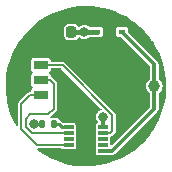
<source format=gbr>
%TF.GenerationSoftware,KiCad,Pcbnew,(6.0.0-rc1-209-ga3b4210bdd-dirty)*%
%TF.CreationDate,2021-12-23T02:42:49+03:00*%
%TF.ProjectId,ibutton,69627574-746f-46e2-9e6b-696361645f70,rev?*%
%TF.SameCoordinates,Original*%
%TF.FileFunction,Copper,L1,Top*%
%TF.FilePolarity,Positive*%
%FSLAX46Y46*%
G04 Gerber Fmt 4.6, Leading zero omitted, Abs format (unit mm)*
G04 Created by KiCad (PCBNEW (6.0.0-rc1-209-ga3b4210bdd-dirty)) date 2021-12-23 02:42:49*
%MOMM*%
%LPD*%
G01*
G04 APERTURE LIST*
G04 Aperture macros list*
%AMRoundRect*
0 Rectangle with rounded corners*
0 $1 Rounding radius*
0 $2 $3 $4 $5 $6 $7 $8 $9 X,Y pos of 4 corners*
0 Add a 4 corners polygon primitive as box body*
4,1,4,$2,$3,$4,$5,$6,$7,$8,$9,$2,$3,0*
0 Add four circle primitives for the rounded corners*
1,1,$1+$1,$2,$3*
1,1,$1+$1,$4,$5*
1,1,$1+$1,$6,$7*
1,1,$1+$1,$8,$9*
0 Add four rect primitives between the rounded corners*
20,1,$1+$1,$2,$3,$4,$5,0*
20,1,$1+$1,$4,$5,$6,$7,0*
20,1,$1+$1,$6,$7,$8,$9,0*
20,1,$1+$1,$8,$9,$2,$3,0*%
G04 Aperture macros list end*
%TA.AperFunction,SMDPad,CuDef*%
%ADD10R,1.750000X2.700000*%
%TD*%
%TA.AperFunction,SMDPad,CuDef*%
%ADD11R,0.850000X0.300000*%
%TD*%
%TA.AperFunction,SMDPad,CuDef*%
%ADD12C,1.000000*%
%TD*%
%TA.AperFunction,SMDPad,CuDef*%
%ADD13R,1.270000X0.760000*%
%TD*%
%TA.AperFunction,SMDPad,CuDef*%
%ADD14RoundRect,0.135000X-0.135000X-0.185000X0.135000X-0.185000X0.135000X0.185000X-0.135000X0.185000X0*%
%TD*%
%TA.AperFunction,SMDPad,CuDef*%
%ADD15R,0.600000X0.450000*%
%TD*%
%TA.AperFunction,SMDPad,CuDef*%
%ADD16RoundRect,0.225000X0.225000X0.250000X-0.225000X0.250000X-0.225000X-0.250000X0.225000X-0.250000X0*%
%TD*%
%TA.AperFunction,ViaPad*%
%ADD17C,0.800000*%
%TD*%
%TA.AperFunction,Conductor*%
%ADD18C,0.300000*%
%TD*%
%TA.AperFunction,Conductor*%
%ADD19C,0.150000*%
%TD*%
%TA.AperFunction,Conductor*%
%ADD20C,0.400000*%
%TD*%
%TA.AperFunction,Conductor*%
%ADD21C,0.250000*%
%TD*%
G04 APERTURE END LIST*
D10*
%TO.P,U1,11,GND*%
%TO.N,GND*%
X100000000Y-104500000D03*
D11*
%TO.P,U1,10,VCC*%
%TO.N,VCC*%
X101450000Y-103500000D03*
%TO.P,U1,9,PB2*%
%TO.N,/PB2*%
X101450000Y-104000000D03*
%TO.P,U1,8,NC*%
%TO.N,unconnected-(U1-Pad8)*%
X101450000Y-104500000D03*
%TO.P,U1,7,PB1*%
%TO.N,unconnected-(U1-Pad7)*%
X101450000Y-105000000D03*
%TO.P,U1,6,PB0*%
%TO.N,/Dq*%
X101450000Y-105500000D03*
%TO.P,U1,5,GND*%
%TO.N,GND*%
X98550000Y-105500000D03*
%TO.P,U1,4,PB4*%
%TO.N,/PB4*%
X98550000Y-105000000D03*
%TO.P,U1,3,NC*%
%TO.N,unconnected-(U1-Pad3)*%
X98550000Y-104500000D03*
%TO.P,U1,2,PB3*%
%TO.N,/PB3*%
X98550000Y-104000000D03*
%TO.P,U1,1,~{RESET}/PB5*%
%TO.N,/RST*%
X98550000Y-103500000D03*
%TD*%
D12*
%TO.P,TGND1,1,1*%
%TO.N,GND*%
X94200000Y-100000000D03*
%TD*%
%TO.P,TDq1,1,1*%
%TO.N,/Dq*%
X105800000Y-100000000D03*
%TD*%
D13*
%TO.P,SW1,1*%
%TO.N,/PB2*%
X96190000Y-98230000D03*
%TO.P,SW1,4*%
%TO.N,GND*%
X103810000Y-100770000D03*
%TO.P,SW1,2*%
%TO.N,/PB3*%
X96190000Y-99500000D03*
%TO.P,SW1,5*%
%TO.N,GND*%
X103810000Y-99500000D03*
%TO.P,SW1,3*%
%TO.N,/PB4*%
X96190000Y-100770000D03*
%TO.P,SW1,6*%
%TO.N,GND*%
X103810000Y-98230000D03*
%TD*%
D14*
%TO.P,R1,2*%
%TO.N,/RST*%
X97300000Y-103200000D03*
%TO.P,R1,1*%
%TO.N,VCC*%
X96280000Y-103200000D03*
%TD*%
D15*
%TO.P,D1,2,A*%
%TO.N,/Dq*%
X103050000Y-95400000D03*
%TO.P,D1,1,K*%
%TO.N,VCC*%
X100950000Y-95400000D03*
%TD*%
D16*
%TO.P,C1,2*%
%TO.N,GND*%
X97225000Y-95400000D03*
%TO.P,C1,1*%
%TO.N,VCC*%
X98775000Y-95400000D03*
%TD*%
D17*
%TO.N,GND*%
X100000000Y-98500000D03*
X100000000Y-101500000D03*
%TO.N,VCC*%
X99850000Y-95400000D03*
X101450000Y-102600000D03*
X95590000Y-103200000D03*
%TD*%
D18*
%TO.N,/Dq*%
X105800000Y-100000000D02*
X105800000Y-101900000D01*
X105800000Y-101900000D02*
X102200000Y-105500000D01*
X102200000Y-105500000D02*
X101450000Y-105500000D01*
X103050000Y-95400000D02*
X105800000Y-98150000D01*
X105800000Y-98150000D02*
X105800000Y-100000000D01*
D19*
%TO.N,/PB4*%
X98550000Y-105000000D02*
X95900000Y-105000000D01*
X94500000Y-103600000D02*
X94500000Y-101545000D01*
X95900000Y-105000000D02*
X94500000Y-103600000D01*
X94500000Y-101545000D02*
X95275000Y-100770000D01*
X95275000Y-100770000D02*
X96190000Y-100770000D01*
%TO.N,/PB3*%
X98550000Y-104000000D02*
X95400000Y-104000000D01*
X95400000Y-104000000D02*
X94900000Y-103500000D01*
X94900000Y-103500000D02*
X94900000Y-102790000D01*
X97290000Y-99800000D02*
X96990000Y-99500000D01*
X94900000Y-102790000D02*
X95290000Y-102400000D01*
X95290000Y-102400000D02*
X96790000Y-102400000D01*
X96790000Y-102400000D02*
X97290000Y-101900000D01*
X97290000Y-101900000D02*
X97290000Y-99800000D01*
X96990000Y-99500000D02*
X96190000Y-99500000D01*
%TO.N,/PB2*%
X102050000Y-104000000D02*
X101450000Y-104000000D01*
X102250000Y-102455000D02*
X102250000Y-103800000D01*
X98025000Y-98230000D02*
X102250000Y-102455000D01*
X102250000Y-103800000D02*
X102050000Y-104000000D01*
X96190000Y-98230000D02*
X98025000Y-98230000D01*
D20*
%TO.N,VCC*%
X100950000Y-95400000D02*
X99850000Y-95400000D01*
X98775000Y-95400000D02*
X99850000Y-95400000D01*
D18*
X101450000Y-103500000D02*
X101450000Y-102600000D01*
D21*
X95590000Y-103200000D02*
X96280000Y-103200000D01*
%TO.N,/RST*%
X97300000Y-103200000D02*
X97690000Y-103200000D01*
X97990000Y-103500000D02*
X98550000Y-103500000D01*
X97690000Y-103200000D02*
X97990000Y-103500000D01*
%TD*%
%TA.AperFunction,Conductor*%
%TO.N,GND*%
G36*
X100273898Y-93210090D02*
G01*
X100471568Y-93216474D01*
X100477097Y-93216861D01*
X100684370Y-93239195D01*
X100978854Y-93270927D01*
X100984348Y-93271728D01*
X101480651Y-93363264D01*
X101486070Y-93364476D01*
X101974090Y-93492961D01*
X101979399Y-93494574D01*
X102456427Y-93659293D01*
X102461592Y-93661297D01*
X102924929Y-93861321D01*
X102929928Y-93863705D01*
X103376959Y-94097904D01*
X103381775Y-94100662D01*
X103809995Y-94367724D01*
X103814577Y-94370827D01*
X103920406Y-94448423D01*
X104221568Y-94669244D01*
X104225919Y-94672693D01*
X104609369Y-95000770D01*
X104613450Y-95004535D01*
X104971242Y-95360458D01*
X104975025Y-95364516D01*
X105020290Y-95416863D01*
X105305106Y-95746244D01*
X105308577Y-95750575D01*
X105549111Y-96075045D01*
X105609120Y-96155995D01*
X105612252Y-96160570D01*
X105647977Y-96217190D01*
X105881549Y-96587380D01*
X105884333Y-96592183D01*
X106120864Y-97037971D01*
X106123279Y-97042965D01*
X106151435Y-97107259D01*
X106325724Y-97505247D01*
X106327759Y-97510413D01*
X106422053Y-97778920D01*
X106483713Y-97954500D01*
X106494972Y-97986562D01*
X106496613Y-97991863D01*
X106508184Y-98034897D01*
X106627656Y-98479223D01*
X106628895Y-98484635D01*
X106723023Y-98980421D01*
X106723854Y-98985911D01*
X106780547Y-99487389D01*
X106780963Y-99492926D01*
X106799910Y-99997612D01*
X106799935Y-100002390D01*
X106797504Y-100092224D01*
X106791445Y-100316168D01*
X106790114Y-100365342D01*
X106789831Y-100370104D01*
X106764034Y-100650853D01*
X106743617Y-100873055D01*
X106742901Y-100878561D01*
X106659178Y-101376202D01*
X106658053Y-101381639D01*
X106553044Y-101807558D01*
X106537243Y-101871645D01*
X106535715Y-101876974D01*
X106453669Y-102127253D01*
X106378512Y-102356517D01*
X106376586Y-102361724D01*
X106183863Y-102828151D01*
X106181552Y-102833198D01*
X105960494Y-103271769D01*
X105954412Y-103283835D01*
X105951734Y-103288687D01*
X105756180Y-103613500D01*
X105691431Y-103721048D01*
X105688391Y-103725694D01*
X105396411Y-104137311D01*
X105393031Y-104141716D01*
X105071008Y-104530284D01*
X105067307Y-104534423D01*
X104717046Y-104897762D01*
X104713071Y-104901588D01*
X104347098Y-105228231D01*
X104336555Y-105237641D01*
X104332282Y-105241176D01*
X104054191Y-105454178D01*
X103931645Y-105548041D01*
X103927114Y-105551250D01*
X103504584Y-105827219D01*
X103499824Y-105830079D01*
X103057796Y-106073588D01*
X103052836Y-106076082D01*
X102593810Y-106285757D01*
X102588679Y-106287872D01*
X102139354Y-106453637D01*
X102115205Y-106462546D01*
X102109927Y-106464271D01*
X101624707Y-106602947D01*
X101619315Y-106604272D01*
X101125040Y-106706182D01*
X101119564Y-106707098D01*
X100619054Y-106771659D01*
X100613524Y-106772162D01*
X100109581Y-106799013D01*
X100104030Y-106799100D01*
X99834554Y-106793221D01*
X99599491Y-106788092D01*
X99593964Y-106787763D01*
X99091647Y-106738953D01*
X99086166Y-106738212D01*
X98681288Y-106667914D01*
X98588943Y-106651880D01*
X98583512Y-106650726D01*
X98094151Y-106527353D01*
X98088822Y-106525794D01*
X97610122Y-106366087D01*
X97604924Y-106364134D01*
X97217512Y-106201679D01*
X97139506Y-106168968D01*
X97134485Y-106166637D01*
X96685022Y-105937130D01*
X96680180Y-105934424D01*
X96549727Y-105854951D01*
X96329979Y-105721080D01*
X96249205Y-105671872D01*
X96244575Y-105668808D01*
X95884980Y-105410887D01*
X95856419Y-105369095D01*
X95861402Y-105318722D01*
X95897599Y-105283338D01*
X95913675Y-105278177D01*
X95919985Y-105276922D01*
X95934420Y-105275500D01*
X97932755Y-105275500D01*
X97978953Y-105292315D01*
X97980448Y-105294552D01*
X97986509Y-105298602D01*
X98039324Y-105333892D01*
X98046769Y-105338867D01*
X98091295Y-105347724D01*
X98101682Y-105349790D01*
X98101683Y-105349790D01*
X98105252Y-105350500D01*
X98994748Y-105350500D01*
X98998317Y-105349790D01*
X98998318Y-105349790D01*
X99008705Y-105347724D01*
X99053231Y-105338867D01*
X99060677Y-105333892D01*
X99113491Y-105298602D01*
X99119552Y-105294552D01*
X99130000Y-105278916D01*
X99159816Y-105234294D01*
X99159816Y-105234293D01*
X99163867Y-105228231D01*
X99175500Y-105169748D01*
X99175500Y-104830252D01*
X99163867Y-104771769D01*
X99164747Y-104771594D01*
X99162916Y-104729654D01*
X99163867Y-104728231D01*
X99168921Y-104702826D01*
X99174790Y-104673318D01*
X99174790Y-104673317D01*
X99175500Y-104669748D01*
X99175500Y-104330252D01*
X99168053Y-104292813D01*
X99165289Y-104278916D01*
X99165288Y-104278914D01*
X99163867Y-104271769D01*
X99164747Y-104271594D01*
X99162916Y-104229654D01*
X99163867Y-104228231D01*
X99166708Y-104213951D01*
X99174790Y-104173318D01*
X99174790Y-104173317D01*
X99175500Y-104169748D01*
X99175500Y-103830252D01*
X99170905Y-103807149D01*
X99165289Y-103778916D01*
X99165288Y-103778914D01*
X99163867Y-103771769D01*
X99164747Y-103771594D01*
X99162916Y-103729654D01*
X99163867Y-103728231D01*
X99166685Y-103714068D01*
X99174790Y-103673318D01*
X99174790Y-103673317D01*
X99175500Y-103669748D01*
X99175500Y-103330252D01*
X99163867Y-103271769D01*
X99119552Y-103205448D01*
X99113491Y-103201398D01*
X99059294Y-103165184D01*
X99059293Y-103165184D01*
X99053231Y-103161133D01*
X98999273Y-103150400D01*
X98998318Y-103150210D01*
X98998317Y-103150210D01*
X98994748Y-103149500D01*
X98130478Y-103149500D01*
X98082912Y-103132187D01*
X98078152Y-103127826D01*
X97932494Y-102982168D01*
X97928133Y-102977408D01*
X97906619Y-102951769D01*
X97902455Y-102946806D01*
X97867850Y-102926827D01*
X97862411Y-102923362D01*
X97834987Y-102904159D01*
X97834986Y-102904158D01*
X97829684Y-102900446D01*
X97823432Y-102898771D01*
X97818882Y-102896649D01*
X97813358Y-102894361D01*
X97808647Y-102892647D01*
X97803045Y-102889412D01*
X97796674Y-102888289D01*
X97796672Y-102888288D01*
X97779503Y-102885261D01*
X97735666Y-102859951D01*
X97725286Y-102843659D01*
X97716801Y-102825462D01*
X97716799Y-102825459D01*
X97714065Y-102819596D01*
X97630404Y-102735935D01*
X97523173Y-102685932D01*
X97474316Y-102679500D01*
X97125684Y-102679500D01*
X97123277Y-102679817D01*
X97123275Y-102679817D01*
X97082049Y-102685244D01*
X97032630Y-102674287D01*
X97001816Y-102634128D01*
X97004024Y-102583558D01*
X97020065Y-102559551D01*
X97460471Y-102119145D01*
X97471682Y-102109944D01*
X97488624Y-102098624D01*
X97504100Y-102075464D01*
X97544431Y-102015103D01*
X97549515Y-102007495D01*
X97565500Y-101927133D01*
X97565500Y-101927132D01*
X97570897Y-101900000D01*
X97566922Y-101880016D01*
X97565500Y-101865580D01*
X97565500Y-99834420D01*
X97566922Y-99819983D01*
X97569475Y-99807149D01*
X97570897Y-99800000D01*
X97549515Y-99692506D01*
X97549515Y-99692505D01*
X97488624Y-99601376D01*
X97471682Y-99590056D01*
X97460471Y-99580855D01*
X97209145Y-99329529D01*
X97199942Y-99318315D01*
X97192673Y-99307436D01*
X97188624Y-99301376D01*
X97165623Y-99286007D01*
X97165622Y-99286006D01*
X97139465Y-99268529D01*
X97097495Y-99240485D01*
X97090347Y-99239063D01*
X97090344Y-99239062D01*
X97085063Y-99238012D01*
X97041788Y-99211752D01*
X97025500Y-99165434D01*
X97025500Y-99100252D01*
X97013867Y-99041769D01*
X96969552Y-98975448D01*
X96903231Y-98931133D01*
X96902258Y-98930939D01*
X96867588Y-98899168D01*
X96860981Y-98848982D01*
X96888180Y-98806291D01*
X96899885Y-98799533D01*
X96903231Y-98798867D01*
X96969552Y-98754552D01*
X97013867Y-98688231D01*
X97025500Y-98629748D01*
X97025500Y-98579500D01*
X97042813Y-98531934D01*
X97086650Y-98506624D01*
X97099500Y-98505500D01*
X97880232Y-98505500D01*
X97927798Y-98522813D01*
X97932558Y-98527174D01*
X101304801Y-101899417D01*
X101326193Y-101945293D01*
X101313092Y-101994188D01*
X101280794Y-102020110D01*
X101207502Y-102050469D01*
X101147159Y-102075464D01*
X101143315Y-102078414D01*
X101143311Y-102078416D01*
X101057146Y-102144533D01*
X101021718Y-102171718D01*
X101018763Y-102175569D01*
X100928416Y-102293311D01*
X100928414Y-102293315D01*
X100925464Y-102297159D01*
X100864956Y-102443238D01*
X100864324Y-102448040D01*
X100864323Y-102448043D01*
X100849643Y-102559551D01*
X100844318Y-102600000D01*
X100844951Y-102604808D01*
X100862817Y-102740512D01*
X100864956Y-102756762D01*
X100925464Y-102902841D01*
X100928414Y-102906685D01*
X100928416Y-102906689D01*
X101016110Y-103020974D01*
X101021718Y-103028282D01*
X101023388Y-103029564D01*
X101044337Y-103074489D01*
X101031236Y-103123384D01*
X100985056Y-103153517D01*
X100953920Y-103159710D01*
X100953917Y-103159711D01*
X100946769Y-103161133D01*
X100940707Y-103165184D01*
X100940706Y-103165184D01*
X100886509Y-103201398D01*
X100880448Y-103205448D01*
X100836133Y-103271769D01*
X100824500Y-103330252D01*
X100824500Y-103669748D01*
X100825210Y-103673317D01*
X100825210Y-103673318D01*
X100833316Y-103714068D01*
X100834995Y-103722510D01*
X100834995Y-103722511D01*
X100836133Y-103728231D01*
X100835253Y-103728406D01*
X100837084Y-103770346D01*
X100836133Y-103771769D01*
X100834712Y-103778914D01*
X100834711Y-103778916D01*
X100829095Y-103807149D01*
X100824500Y-103830252D01*
X100824500Y-104169748D01*
X100825210Y-104173317D01*
X100825210Y-104173318D01*
X100833293Y-104213951D01*
X100834995Y-104222510D01*
X100834995Y-104222511D01*
X100836133Y-104228231D01*
X100835253Y-104228406D01*
X100837084Y-104270346D01*
X100836133Y-104271769D01*
X100834712Y-104278914D01*
X100834711Y-104278916D01*
X100831947Y-104292813D01*
X100824500Y-104330252D01*
X100824500Y-104669748D01*
X100825210Y-104673317D01*
X100825210Y-104673318D01*
X100831080Y-104702826D01*
X100834995Y-104722510D01*
X100834995Y-104722511D01*
X100836133Y-104728231D01*
X100835253Y-104728406D01*
X100837084Y-104770346D01*
X100836133Y-104771769D01*
X100824500Y-104830252D01*
X100824500Y-105169748D01*
X100825210Y-105173317D01*
X100825210Y-105173318D01*
X100834711Y-105221080D01*
X100834995Y-105222510D01*
X100834995Y-105222511D01*
X100836133Y-105228231D01*
X100835253Y-105228406D01*
X100837084Y-105270346D01*
X100836133Y-105271769D01*
X100834712Y-105278914D01*
X100834711Y-105278916D01*
X100826793Y-105318722D01*
X100824500Y-105330252D01*
X100824500Y-105669748D01*
X100836133Y-105728231D01*
X100840184Y-105734293D01*
X100840184Y-105734294D01*
X100873618Y-105784330D01*
X100880448Y-105794552D01*
X100886509Y-105798602D01*
X100906040Y-105811652D01*
X100946769Y-105838867D01*
X100991295Y-105847724D01*
X101001682Y-105849790D01*
X101001683Y-105849790D01*
X101005252Y-105850500D01*
X102154713Y-105850500D01*
X102170288Y-105852158D01*
X102183261Y-105854951D01*
X102189336Y-105854232D01*
X102189337Y-105854232D01*
X102216533Y-105851013D01*
X102225231Y-105850500D01*
X102229115Y-105850500D01*
X102232129Y-105849998D01*
X102232133Y-105849998D01*
X102247701Y-105847407D01*
X102251151Y-105846916D01*
X102293065Y-105841955D01*
X102293066Y-105841955D01*
X102299138Y-105841236D01*
X102304650Y-105838589D01*
X102305787Y-105838259D01*
X102306595Y-105838075D01*
X102307180Y-105837890D01*
X102307932Y-105837582D01*
X102309071Y-105837192D01*
X102315103Y-105836188D01*
X102338324Y-105823659D01*
X102357645Y-105813234D01*
X102360751Y-105811652D01*
X102400125Y-105792745D01*
X102400135Y-105792738D01*
X102404326Y-105790726D01*
X102408274Y-105787408D01*
X102409227Y-105786455D01*
X102412690Y-105783532D01*
X102417794Y-105780778D01*
X102452140Y-105743623D01*
X102454154Y-105741528D01*
X106015813Y-102179868D01*
X106027999Y-102170027D01*
X106034011Y-102166145D01*
X106034013Y-102166143D01*
X106039152Y-102162825D01*
X106042938Y-102158023D01*
X106042942Y-102158019D01*
X106059902Y-102136505D01*
X106065689Y-102129992D01*
X106068428Y-102127253D01*
X106070396Y-102124500D01*
X106079377Y-102111932D01*
X106081450Y-102109170D01*
X106111392Y-102071189D01*
X106113418Y-102065419D01*
X106113988Y-102064383D01*
X106114430Y-102063680D01*
X106114711Y-102063140D01*
X106115028Y-102062383D01*
X106115555Y-102061307D01*
X106119111Y-102056331D01*
X106132960Y-102010023D01*
X106134037Y-102006707D01*
X106138433Y-101994188D01*
X106150055Y-101961094D01*
X106150500Y-101955956D01*
X106150500Y-101954619D01*
X106150884Y-101950088D01*
X106152544Y-101944536D01*
X106150557Y-101893963D01*
X106150500Y-101891058D01*
X106150500Y-100653356D01*
X106167813Y-100605790D01*
X106183550Y-100591719D01*
X106186509Y-100589753D01*
X106190498Y-100587747D01*
X106193890Y-100584850D01*
X106193893Y-100584848D01*
X106316030Y-100480532D01*
X106319423Y-100477634D01*
X106418361Y-100339947D01*
X106424749Y-100324058D01*
X106479938Y-100186771D01*
X106479938Y-100186770D01*
X106481601Y-100182634D01*
X106505490Y-100014778D01*
X106505645Y-100000000D01*
X106485276Y-99831680D01*
X106432686Y-99692505D01*
X106426921Y-99677247D01*
X106426920Y-99677245D01*
X106425345Y-99673077D01*
X106361962Y-99580855D01*
X106331843Y-99537031D01*
X106331841Y-99537029D01*
X106329312Y-99533349D01*
X106202721Y-99420560D01*
X106189871Y-99413756D01*
X106155936Y-99376198D01*
X106150500Y-99348359D01*
X106150500Y-98195287D01*
X106152158Y-98179712D01*
X106153663Y-98172722D01*
X106153663Y-98172721D01*
X106154951Y-98166739D01*
X106151013Y-98133467D01*
X106150500Y-98124769D01*
X106150500Y-98120885D01*
X106147403Y-98102280D01*
X106146915Y-98098845D01*
X106141955Y-98056934D01*
X106141955Y-98056933D01*
X106141236Y-98050861D01*
X106138589Y-98045349D01*
X106138259Y-98044212D01*
X106138076Y-98043407D01*
X106137889Y-98042817D01*
X106137582Y-98042067D01*
X106137192Y-98040928D01*
X106136188Y-98034897D01*
X106113234Y-97992358D01*
X106111651Y-97989251D01*
X106092741Y-97949870D01*
X106092740Y-97949869D01*
X106090726Y-97945674D01*
X106087408Y-97941726D01*
X106086455Y-97940773D01*
X106083532Y-97937310D01*
X106080778Y-97932206D01*
X106043623Y-97897860D01*
X106041528Y-97895846D01*
X103572174Y-95426492D01*
X103550782Y-95380616D01*
X103550500Y-95374166D01*
X103550500Y-95155252D01*
X103538867Y-95096769D01*
X103494552Y-95030448D01*
X103482850Y-95022629D01*
X103434294Y-94990184D01*
X103434293Y-94990184D01*
X103428231Y-94986133D01*
X103383705Y-94977276D01*
X103373318Y-94975210D01*
X103373317Y-94975210D01*
X103369748Y-94974500D01*
X102730252Y-94974500D01*
X102726683Y-94975210D01*
X102726682Y-94975210D01*
X102716295Y-94977276D01*
X102671769Y-94986133D01*
X102665707Y-94990184D01*
X102665706Y-94990184D01*
X102617150Y-95022629D01*
X102605448Y-95030448D01*
X102561133Y-95096769D01*
X102549500Y-95155252D01*
X102549500Y-95644748D01*
X102561133Y-95703231D01*
X102605448Y-95769552D01*
X102611509Y-95773602D01*
X102660599Y-95806403D01*
X102671769Y-95813867D01*
X102713521Y-95822172D01*
X102726682Y-95824790D01*
X102726683Y-95824790D01*
X102730252Y-95825500D01*
X102949166Y-95825500D01*
X102996732Y-95842813D01*
X103001492Y-95847174D01*
X105427826Y-98273508D01*
X105449218Y-98319384D01*
X105449500Y-98325834D01*
X105449500Y-99347484D01*
X105432187Y-99395050D01*
X105409437Y-99413243D01*
X105403369Y-99416375D01*
X105400011Y-99419304D01*
X105400010Y-99419305D01*
X105315617Y-99492926D01*
X105275604Y-99527831D01*
X105178113Y-99666547D01*
X105116524Y-99824513D01*
X105107099Y-99896108D01*
X105099862Y-99951080D01*
X105094394Y-99992611D01*
X105102365Y-100064816D01*
X105106342Y-100100832D01*
X105112999Y-100161135D01*
X105114532Y-100165324D01*
X105168124Y-100311769D01*
X105171266Y-100320356D01*
X105265830Y-100461083D01*
X105391233Y-100575191D01*
X105395156Y-100577321D01*
X105410810Y-100585821D01*
X105444351Y-100623732D01*
X105449500Y-100650853D01*
X105449500Y-101724166D01*
X105432187Y-101771732D01*
X105427826Y-101776492D01*
X102201826Y-105002492D01*
X102155950Y-105023884D01*
X102107055Y-105010783D01*
X102078021Y-104969319D01*
X102075500Y-104950166D01*
X102075500Y-104830252D01*
X102063867Y-104771769D01*
X102064747Y-104771594D01*
X102062916Y-104729654D01*
X102063867Y-104728231D01*
X102068921Y-104702826D01*
X102074790Y-104673318D01*
X102074790Y-104673317D01*
X102075500Y-104669748D01*
X102075500Y-104336555D01*
X102092813Y-104288989D01*
X102135063Y-104263977D01*
X102157495Y-104259515D01*
X102199465Y-104231471D01*
X102225622Y-104213994D01*
X102225623Y-104213993D01*
X102248624Y-104198624D01*
X102259944Y-104181682D01*
X102269145Y-104170471D01*
X102420471Y-104019145D01*
X102431682Y-104009944D01*
X102448624Y-103998624D01*
X102509515Y-103907495D01*
X102525500Y-103827133D01*
X102525500Y-103827132D01*
X102530897Y-103800000D01*
X102526922Y-103780016D01*
X102525500Y-103765580D01*
X102525500Y-102489420D01*
X102526922Y-102474983D01*
X102529475Y-102462149D01*
X102530897Y-102455000D01*
X102513072Y-102365385D01*
X102510937Y-102354652D01*
X102510936Y-102354650D01*
X102509515Y-102347505D01*
X102463994Y-102279378D01*
X102463993Y-102279377D01*
X102448624Y-102256376D01*
X102431682Y-102245056D01*
X102420471Y-102235855D01*
X98244145Y-98059529D01*
X98234942Y-98048315D01*
X98231269Y-98042817D01*
X98223624Y-98031376D01*
X98200623Y-98016007D01*
X98200622Y-98016006D01*
X98160481Y-97989185D01*
X98132495Y-97970485D01*
X98087629Y-97961561D01*
X98052135Y-97954500D01*
X98052132Y-97954500D01*
X98025000Y-97949103D01*
X98017851Y-97950525D01*
X98005017Y-97953078D01*
X97990580Y-97954500D01*
X97099500Y-97954500D01*
X97051934Y-97937187D01*
X97026624Y-97893350D01*
X97025500Y-97880500D01*
X97025500Y-97830252D01*
X97013867Y-97771769D01*
X96969552Y-97705448D01*
X96903231Y-97661133D01*
X96858705Y-97652276D01*
X96848318Y-97650210D01*
X96848317Y-97650210D01*
X96844748Y-97649500D01*
X95535252Y-97649500D01*
X95531683Y-97650210D01*
X95531682Y-97650210D01*
X95521295Y-97652276D01*
X95476769Y-97661133D01*
X95410448Y-97705448D01*
X95366133Y-97771769D01*
X95354500Y-97830252D01*
X95354500Y-98629748D01*
X95366133Y-98688231D01*
X95410448Y-98754552D01*
X95476769Y-98798867D01*
X95477742Y-98799061D01*
X95512412Y-98830832D01*
X95519019Y-98881018D01*
X95491820Y-98923709D01*
X95480115Y-98930467D01*
X95476769Y-98931133D01*
X95410448Y-98975448D01*
X95366133Y-99041769D01*
X95354500Y-99100252D01*
X95354500Y-99899748D01*
X95366133Y-99958231D01*
X95370184Y-99964293D01*
X95370184Y-99964294D01*
X95402299Y-100012356D01*
X95410448Y-100024552D01*
X95476769Y-100068867D01*
X95477742Y-100069061D01*
X95512412Y-100100832D01*
X95519019Y-100151018D01*
X95491820Y-100193709D01*
X95480115Y-100200467D01*
X95476769Y-100201133D01*
X95410448Y-100245448D01*
X95366133Y-100311769D01*
X95354500Y-100370252D01*
X95354500Y-100416525D01*
X95337187Y-100464091D01*
X95293350Y-100489401D01*
X95281646Y-100490425D01*
X95275000Y-100489103D01*
X95167506Y-100510484D01*
X95099378Y-100556006D01*
X95099377Y-100556007D01*
X95076376Y-100571376D01*
X95065438Y-100587747D01*
X95065058Y-100588315D01*
X95055855Y-100599529D01*
X94329529Y-101325855D01*
X94318318Y-101335056D01*
X94301376Y-101346376D01*
X94240485Y-101437505D01*
X94240485Y-101437506D01*
X94219103Y-101545000D01*
X94220525Y-101552149D01*
X94223078Y-101564983D01*
X94224500Y-101579420D01*
X94224500Y-103312251D01*
X94207187Y-103359817D01*
X94163350Y-103385127D01*
X94113500Y-103376337D01*
X94085498Y-103347618D01*
X94053439Y-103288696D01*
X93910475Y-103025936D01*
X93908019Y-103020986D01*
X93700743Y-102560852D01*
X93698658Y-102555717D01*
X93687467Y-102524884D01*
X93526468Y-102081339D01*
X93524772Y-102076059D01*
X93524606Y-102075464D01*
X93388634Y-101590101D01*
X93387338Y-101584703D01*
X93355106Y-101424129D01*
X93288018Y-101089905D01*
X93287132Y-101084438D01*
X93225193Y-100583589D01*
X93224719Y-100578057D01*
X93204479Y-100156700D01*
X93200506Y-100073976D01*
X93200448Y-100068429D01*
X93203624Y-99951080D01*
X93210415Y-99700104D01*
X93214099Y-99563960D01*
X93214457Y-99558420D01*
X93265894Y-99056385D01*
X93266667Y-99050886D01*
X93355601Y-98554126D01*
X93356784Y-98548702D01*
X93482712Y-98060013D01*
X93484298Y-98054691D01*
X93488129Y-98043407D01*
X93537535Y-97897860D01*
X93646520Y-97576805D01*
X93648501Y-97571619D01*
X93846088Y-97107259D01*
X93848452Y-97102235D01*
X94080303Y-96653992D01*
X94083037Y-96649159D01*
X94347849Y-96219553D01*
X94350938Y-96214939D01*
X94392069Y-96158224D01*
X94560196Y-95926391D01*
X94647213Y-95806403D01*
X94650639Y-95802034D01*
X94750995Y-95683488D01*
X98124500Y-95683488D01*
X98124955Y-95686361D01*
X98139369Y-95777371D01*
X98139370Y-95777374D01*
X98140281Y-95783126D01*
X98142926Y-95788317D01*
X98142927Y-95788320D01*
X98198826Y-95898028D01*
X98198828Y-95898030D01*
X98201472Y-95903220D01*
X98296780Y-95998528D01*
X98301970Y-96001172D01*
X98301972Y-96001174D01*
X98411680Y-96057073D01*
X98411683Y-96057074D01*
X98416874Y-96059719D01*
X98422626Y-96060630D01*
X98422629Y-96060631D01*
X98513639Y-96075045D01*
X98516512Y-96075500D01*
X99033488Y-96075500D01*
X99036361Y-96075045D01*
X99127371Y-96060631D01*
X99127374Y-96060630D01*
X99133126Y-96059719D01*
X99138317Y-96057074D01*
X99138320Y-96057073D01*
X99248028Y-96001174D01*
X99248030Y-96001172D01*
X99253220Y-95998528D01*
X99348528Y-95903220D01*
X99351171Y-95898033D01*
X99356158Y-95888246D01*
X99393179Y-95853725D01*
X99443729Y-95851077D01*
X99467138Y-95863134D01*
X99547159Y-95924536D01*
X99693238Y-95985044D01*
X99698040Y-95985676D01*
X99698043Y-95985677D01*
X99845192Y-96005049D01*
X99850000Y-96005682D01*
X99854808Y-96005049D01*
X100001957Y-95985677D01*
X100001960Y-95985676D01*
X100006762Y-95985044D01*
X100152841Y-95924536D01*
X100156685Y-95921586D01*
X100156689Y-95921584D01*
X100274432Y-95831236D01*
X100278282Y-95828282D01*
X100281234Y-95824434D01*
X100283497Y-95822172D01*
X100329374Y-95800781D01*
X100335821Y-95800500D01*
X100529316Y-95800500D01*
X100558067Y-95809222D01*
X100558975Y-95807029D01*
X100565711Y-95809819D01*
X100571769Y-95813867D01*
X100578914Y-95815288D01*
X100578916Y-95815289D01*
X100626682Y-95824790D01*
X100626683Y-95824790D01*
X100630252Y-95825500D01*
X101269748Y-95825500D01*
X101273317Y-95824790D01*
X101273318Y-95824790D01*
X101286479Y-95822172D01*
X101328231Y-95813867D01*
X101339402Y-95806403D01*
X101388491Y-95773602D01*
X101394552Y-95769552D01*
X101438867Y-95703231D01*
X101450500Y-95644748D01*
X101450500Y-95155252D01*
X101438867Y-95096769D01*
X101394552Y-95030448D01*
X101382850Y-95022629D01*
X101334294Y-94990184D01*
X101334293Y-94990184D01*
X101328231Y-94986133D01*
X101283705Y-94977276D01*
X101273318Y-94975210D01*
X101273317Y-94975210D01*
X101269748Y-94974500D01*
X100630252Y-94974500D01*
X100626683Y-94975210D01*
X100626682Y-94975210D01*
X100578916Y-94984711D01*
X100578914Y-94984712D01*
X100571769Y-94986133D01*
X100565711Y-94990181D01*
X100558975Y-94992971D01*
X100558067Y-94990778D01*
X100529316Y-94999500D01*
X100335821Y-94999500D01*
X100288255Y-94982187D01*
X100283497Y-94977828D01*
X100281234Y-94975566D01*
X100278282Y-94971718D01*
X100232861Y-94936865D01*
X100156689Y-94878416D01*
X100156685Y-94878414D01*
X100152841Y-94875464D01*
X100006762Y-94814956D01*
X100001960Y-94814324D01*
X100001957Y-94814323D01*
X99854808Y-94794951D01*
X99850000Y-94794318D01*
X99845192Y-94794951D01*
X99698043Y-94814323D01*
X99698040Y-94814324D01*
X99693238Y-94814956D01*
X99547159Y-94875464D01*
X99467139Y-94936865D01*
X99418864Y-94952087D01*
X99372098Y-94932716D01*
X99356158Y-94911754D01*
X99351171Y-94901967D01*
X99351171Y-94901966D01*
X99348528Y-94896780D01*
X99253220Y-94801472D01*
X99248030Y-94798828D01*
X99248028Y-94798826D01*
X99138320Y-94742927D01*
X99138317Y-94742926D01*
X99133126Y-94740281D01*
X99127374Y-94739370D01*
X99127371Y-94739369D01*
X99036361Y-94724955D01*
X99033488Y-94724500D01*
X98516512Y-94724500D01*
X98513639Y-94724955D01*
X98422629Y-94739369D01*
X98422626Y-94739370D01*
X98416874Y-94740281D01*
X98411683Y-94742926D01*
X98411680Y-94742927D01*
X98301972Y-94798826D01*
X98301970Y-94798828D01*
X98296780Y-94801472D01*
X98201472Y-94896780D01*
X98198828Y-94901970D01*
X98198826Y-94901972D01*
X98146568Y-95004535D01*
X98140281Y-95016874D01*
X98139370Y-95022626D01*
X98139369Y-95022629D01*
X98134853Y-95051145D01*
X98124500Y-95116512D01*
X98124500Y-95683488D01*
X94750995Y-95683488D01*
X94917324Y-95487012D01*
X94976712Y-95416861D01*
X94980454Y-95412763D01*
X95334486Y-95053125D01*
X95338527Y-95049317D01*
X95718531Y-94717234D01*
X95722846Y-94713740D01*
X96126670Y-94411092D01*
X96131234Y-94407931D01*
X96556625Y-94136404D01*
X96561414Y-94133594D01*
X97005967Y-93894727D01*
X97010953Y-93892284D01*
X97472182Y-93687414D01*
X97477298Y-93685368D01*
X97952590Y-93515657D01*
X97957886Y-93513988D01*
X98444534Y-93380399D01*
X98449940Y-93379131D01*
X98945242Y-93282406D01*
X98950727Y-93281547D01*
X99378071Y-93230967D01*
X99451894Y-93222230D01*
X99457426Y-93221785D01*
X99572508Y-93216861D01*
X99961621Y-93200212D01*
X99967173Y-93200183D01*
X100273898Y-93210090D01*
G37*
%TD.AperFunction*%
%TD*%
M02*

</source>
